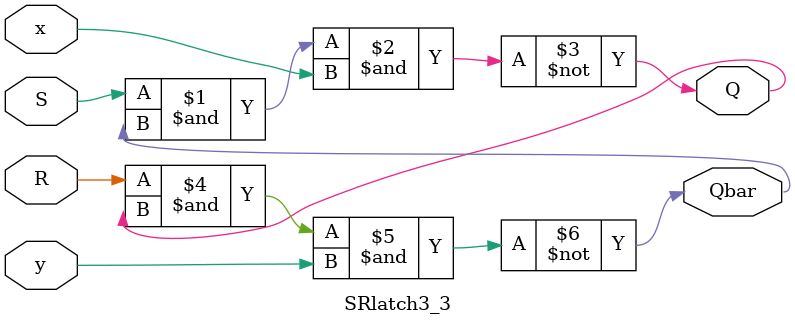
<source format=v>
`timescale 1ns/1ns

module SRlatch3_2(input S, R, x, output Q, Qbar);
	nand #12 N1(Q, S, Qbar, x);
	nand #8 N2(Qbar, R, Q);
endmodule

module SRlatch3_3(input S, R, x, y, output Q, Qbar);
	nand #12 N1(Q, S, Qbar, x);
	nand #12 N2(Qbar, R, Q, y);
endmodule
</source>
